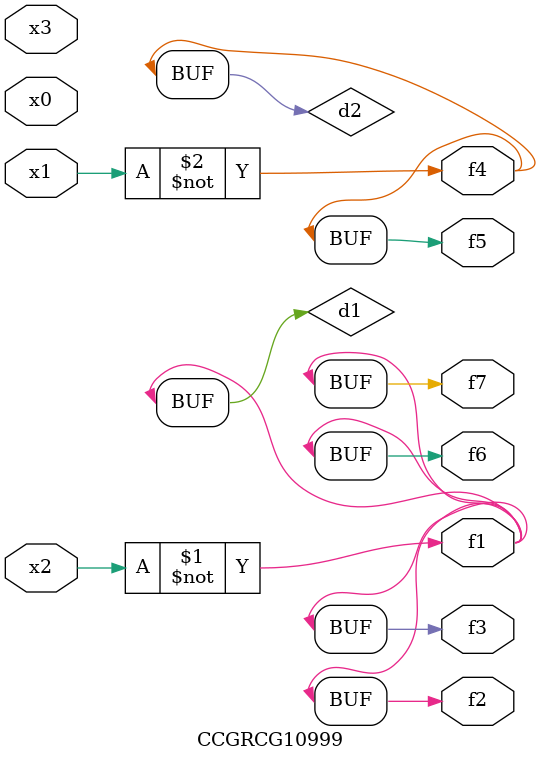
<source format=v>
module CCGRCG10999(
	input x0, x1, x2, x3,
	output f1, f2, f3, f4, f5, f6, f7
);

	wire d1, d2;

	xnor (d1, x2);
	not (d2, x1);
	assign f1 = d1;
	assign f2 = d1;
	assign f3 = d1;
	assign f4 = d2;
	assign f5 = d2;
	assign f6 = d1;
	assign f7 = d1;
endmodule

</source>
